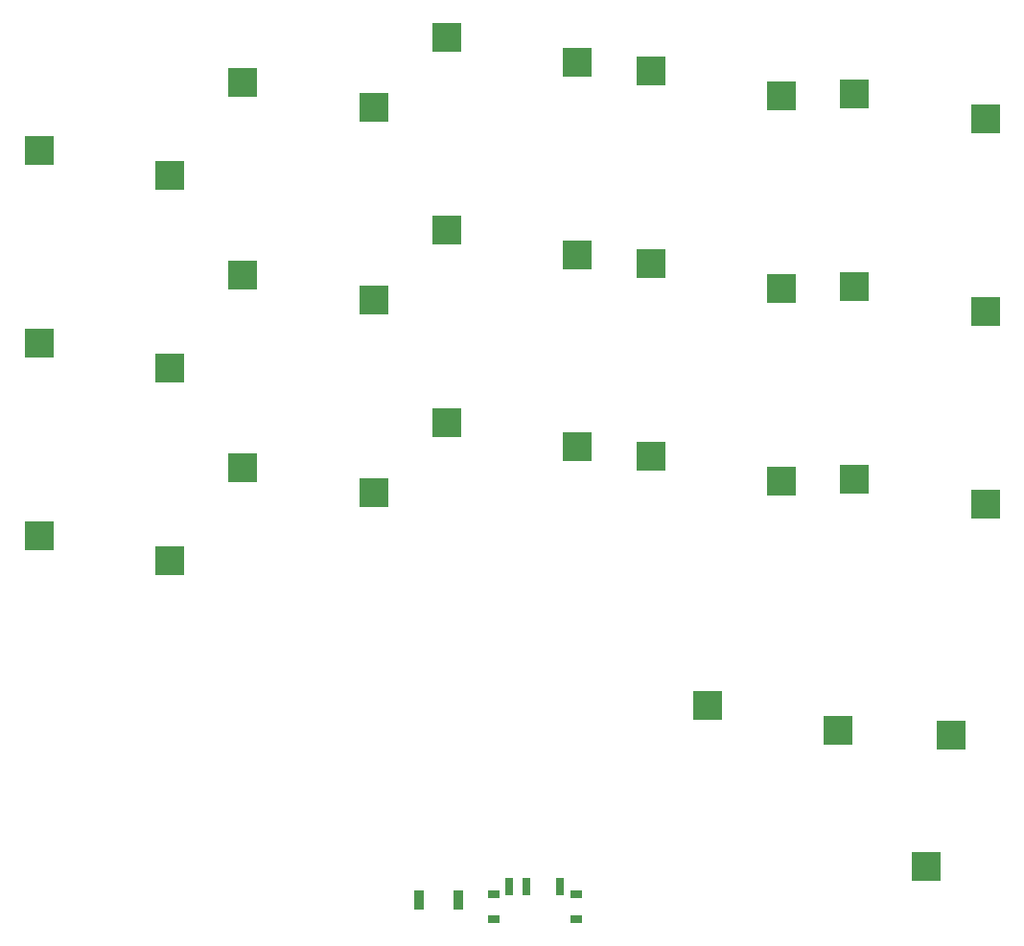
<source format=gbr>
%TF.GenerationSoftware,KiCad,Pcbnew,(6.0.9)*%
%TF.CreationDate,2022-12-19T17:51:50-06:00*%
%TF.ProjectId,gentle34,67656e74-6c65-4333-942e-6b696361645f,v1.0.0*%
%TF.SameCoordinates,Original*%
%TF.FileFunction,Paste,Bot*%
%TF.FilePolarity,Positive*%
%FSLAX46Y46*%
G04 Gerber Fmt 4.6, Leading zero omitted, Abs format (unit mm)*
G04 Created by KiCad (PCBNEW (6.0.9)) date 2022-12-19 17:51:50*
%MOMM*%
%LPD*%
G01*
G04 APERTURE LIST*
%ADD10R,2.600000X2.600000*%
%ADD11R,0.700000X1.500000*%
%ADD12R,1.000000X0.800000*%
%ADD13R,0.900000X1.700000*%
G04 APERTURE END LIST*
D10*
%TO.C,S1*%
X14725000Y5950000D03*
X26275000Y3750000D03*
%TD*%
%TO.C,S3*%
X14725000Y22950000D03*
X26275000Y20750000D03*
%TD*%
%TO.C,S5*%
X14725000Y39950000D03*
X26275000Y37750000D03*
%TD*%
%TO.C,S7*%
X32725000Y11950000D03*
X44275000Y9750000D03*
%TD*%
%TO.C,S9*%
X32725000Y28950000D03*
X44275000Y26750000D03*
%TD*%
%TO.C,S11*%
X32725000Y45950000D03*
X44275000Y43750000D03*
%TD*%
%TO.C,S13*%
X50725000Y15950000D03*
X62275000Y13750000D03*
%TD*%
%TO.C,S15*%
X50725000Y32950000D03*
X62275000Y30750000D03*
%TD*%
%TO.C,S17*%
X50725000Y49950000D03*
X62275000Y47750000D03*
%TD*%
%TO.C,S19*%
X68725000Y12950000D03*
X80275000Y10750000D03*
%TD*%
%TO.C,S21*%
X68725000Y29950000D03*
X80275000Y27750000D03*
%TD*%
%TO.C,S23*%
X68725000Y46950000D03*
X80275000Y44750000D03*
%TD*%
%TO.C,S25*%
X86725000Y10950000D03*
X98275000Y8750000D03*
%TD*%
%TO.C,S27*%
X86725000Y27950000D03*
X98275000Y25750000D03*
%TD*%
%TO.C,S29*%
X86725000Y44950000D03*
X98275000Y42750000D03*
%TD*%
%TO.C,S31*%
X73725000Y-9050000D03*
X85275000Y-11250000D03*
%TD*%
%TO.C,S33*%
X93050000Y-23275000D03*
X95250000Y-11725000D03*
%TD*%
D11*
%TO.C,*%
X60750000Y-25070000D03*
X57750000Y-25070000D03*
X56250000Y-25070000D03*
D12*
X62150000Y-27930000D03*
X54850000Y-27930000D03*
X54850000Y-25720000D03*
X62150000Y-25720000D03*
%TD*%
D13*
%TO.C,*%
X48300000Y-26250000D03*
X51700000Y-26250000D03*
%TD*%
M02*

</source>
